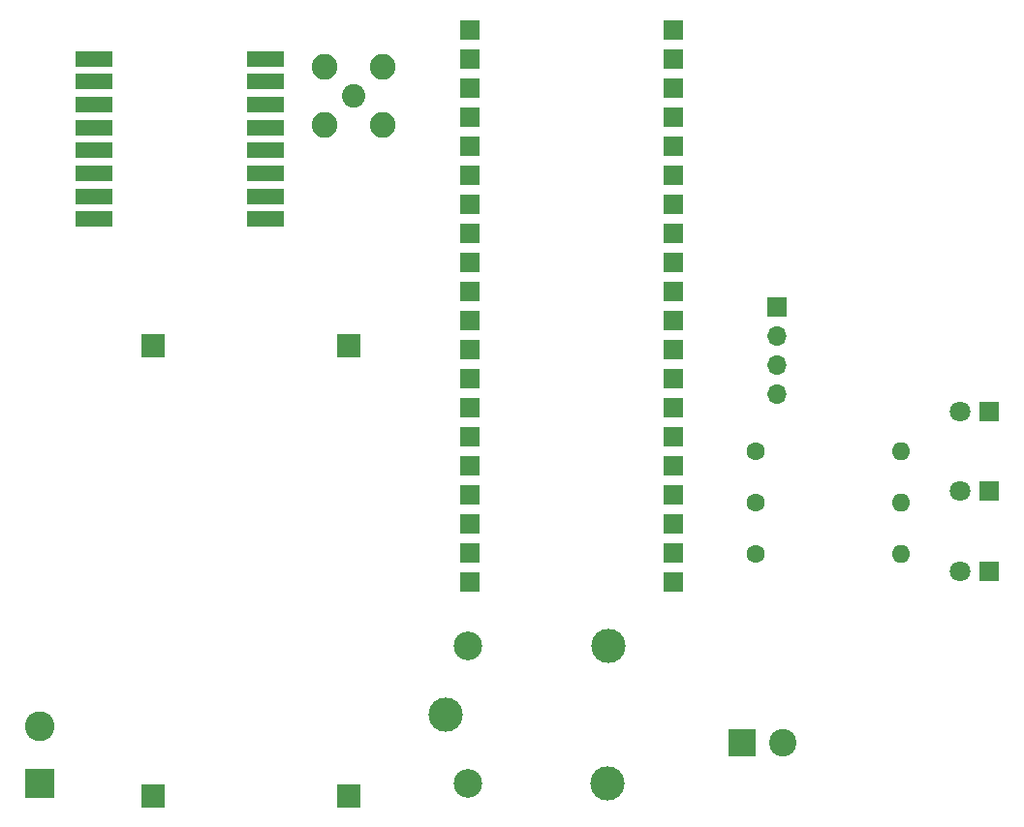
<source format=gbr>
%TF.GenerationSoftware,KiCad,Pcbnew,8.0.3*%
%TF.CreationDate,2024-06-26T11:54:08+03:00*%
%TF.ProjectId,LoRa_irrigation_system,4c6f5261-5f69-4727-9269-676174696f6e,rev?*%
%TF.SameCoordinates,Original*%
%TF.FileFunction,Soldermask,Bot*%
%TF.FilePolarity,Negative*%
%FSLAX46Y46*%
G04 Gerber Fmt 4.6, Leading zero omitted, Abs format (unit mm)*
G04 Created by KiCad (PCBNEW 8.0.3) date 2024-06-26 11:54:08*
%MOMM*%
%LPD*%
G01*
G04 APERTURE LIST*
G04 Aperture macros list*
%AMRoundRect*
0 Rectangle with rounded corners*
0 $1 Rounding radius*
0 $2 $3 $4 $5 $6 $7 $8 $9 X,Y pos of 4 corners*
0 Add a 4 corners polygon primitive as box body*
4,1,4,$2,$3,$4,$5,$6,$7,$8,$9,$2,$3,0*
0 Add four circle primitives for the rounded corners*
1,1,$1+$1,$2,$3*
1,1,$1+$1,$4,$5*
1,1,$1+$1,$6,$7*
1,1,$1+$1,$8,$9*
0 Add four rect primitives between the rounded corners*
20,1,$1+$1,$2,$3,$4,$5,0*
20,1,$1+$1,$4,$5,$6,$7,0*
20,1,$1+$1,$6,$7,$8,$9,0*
20,1,$1+$1,$8,$9,$2,$3,0*%
G04 Aperture macros list end*
%ADD10C,2.050000*%
%ADD11C,2.250000*%
%ADD12R,1.800000X1.800000*%
%ADD13C,1.800000*%
%ADD14R,2.400000X2.400000*%
%ADD15C,2.400000*%
%ADD16R,2.600000X2.600000*%
%ADD17C,2.600000*%
%ADD18C,1.600000*%
%ADD19O,1.600000X1.600000*%
%ADD20R,2.000000X2.000000*%
%ADD21RoundRect,0.102000X-0.754000X-0.754000X0.754000X-0.754000X0.754000X0.754000X-0.754000X0.754000X0*%
%ADD22R,1.700000X1.700000*%
%ADD23O,1.700000X1.700000*%
%ADD24C,3.000000*%
%ADD25C,2.500000*%
%ADD26RoundRect,0.102000X-1.500000X-0.600000X1.500000X-0.600000X1.500000X0.600000X-1.500000X0.600000X0*%
G04 APERTURE END LIST*
D10*
%TO.C,J4*%
X119000000Y-54460000D03*
D11*
X121540000Y-57000000D03*
X121540000Y-51920000D03*
X116460000Y-57000000D03*
X116460000Y-51920000D03*
%TD*%
D12*
%TO.C,D2*%
X174540000Y-89000000D03*
D13*
X172000000Y-89000000D03*
%TD*%
D12*
%TO.C,D1*%
X174510000Y-82000000D03*
D13*
X171970000Y-82000000D03*
%TD*%
D14*
%TO.C,J3*%
X152950000Y-111000000D03*
D15*
X156450000Y-111000000D03*
%TD*%
D16*
%TO.C,J1*%
X91500000Y-114500000D03*
D17*
X91500000Y-109500000D03*
%TD*%
D18*
%TO.C,R2*%
X154150000Y-90000000D03*
D19*
X166850000Y-90000000D03*
%TD*%
D20*
%TO.C,U1*%
X101427500Y-115621500D03*
X118572500Y-115621500D03*
X118572500Y-76251500D03*
X101427500Y-76251500D03*
%TD*%
D21*
%TO.C,U2*%
X146890000Y-58800000D03*
X146890000Y-56260000D03*
X146890000Y-61340000D03*
X146890000Y-66420000D03*
X146890000Y-53720000D03*
X146890000Y-79120000D03*
X146890000Y-91820000D03*
X129110000Y-53720000D03*
X129110000Y-66420000D03*
X129110000Y-79120000D03*
X129110000Y-91820000D03*
X129110000Y-48640000D03*
X129110000Y-51180000D03*
X129110000Y-56260000D03*
X129110000Y-58800000D03*
X129110000Y-61340000D03*
X129110000Y-63880000D03*
X129110000Y-68960000D03*
X129110000Y-71500000D03*
X129110000Y-74040000D03*
X129110000Y-76580000D03*
X129110000Y-81660000D03*
X129110000Y-84200000D03*
X129110000Y-86740000D03*
X129110000Y-89280000D03*
X129110000Y-94360000D03*
X129110000Y-96900000D03*
X146890000Y-96900000D03*
X146890000Y-94360000D03*
X146890000Y-89280000D03*
X146890000Y-86740000D03*
X146890000Y-84200000D03*
X146890000Y-81660000D03*
X146890000Y-76580000D03*
X146890000Y-71500000D03*
X146890000Y-68960000D03*
X146890000Y-63880000D03*
X146890000Y-74040000D03*
X146890000Y-48640000D03*
X146890000Y-51180000D03*
%TD*%
D22*
%TO.C,J2*%
X156000000Y-72880000D03*
D23*
X156000000Y-75420000D03*
X156000000Y-77960000D03*
X156000000Y-80500000D03*
%TD*%
D24*
%TO.C,K2*%
X127000000Y-108500000D03*
D25*
X128950000Y-114550000D03*
D24*
X141150000Y-114550000D03*
X141200000Y-102500000D03*
D25*
X128950000Y-102550000D03*
%TD*%
D18*
%TO.C,R3*%
X154150000Y-94500000D03*
D19*
X166850000Y-94500000D03*
%TD*%
D18*
%TO.C,R1*%
X154150000Y-85500000D03*
D19*
X166850000Y-85500000D03*
%TD*%
D12*
%TO.C,D3*%
X174510000Y-96000000D03*
D13*
X171970000Y-96000000D03*
%TD*%
D26*
%TO.C,U4*%
X96287258Y-65187258D03*
X96287258Y-63187258D03*
X96287258Y-61187258D03*
X96287258Y-59187258D03*
X96287258Y-57187258D03*
X96287258Y-55187258D03*
X96287258Y-53187258D03*
X96287258Y-51187258D03*
X111287258Y-51187258D03*
X111287258Y-53187258D03*
X111287258Y-55187258D03*
X111287258Y-57187258D03*
X111287258Y-59187258D03*
X111287258Y-61187258D03*
X111287258Y-63187258D03*
X111287258Y-65187258D03*
%TD*%
M02*

</source>
